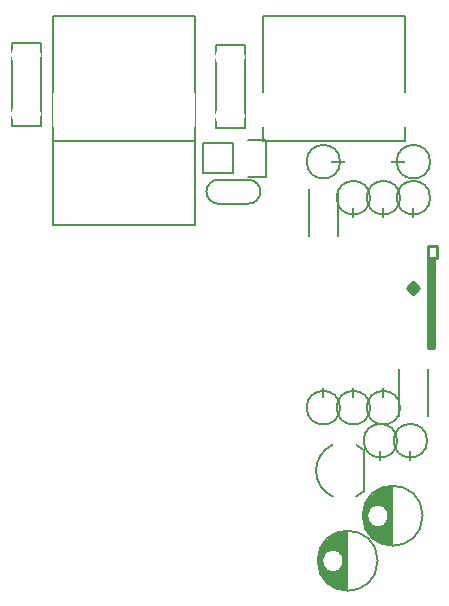
<source format=gto>
G04 #@! TF.FileFunction,Legend,Top*
%FSLAX46Y46*%
G04 Gerber Fmt 4.6, Leading zero omitted, Abs format (unit mm)*
G04 Created by KiCad (PCBNEW (after 2015-mar-04 BZR unknown)-product) date 13/11/2015 0:44:19*
%MOMM*%
G01*
G04 APERTURE LIST*
%ADD10C,0.160000*%
%ADD11C,0.150000*%
%ADD12C,0.254000*%
%ADD13C,1.397000*%
%ADD14R,1.700000X1.700000*%
%ADD15R,2.000000X3.000000*%
%ADD16R,3.000000X2.000000*%
%ADD17C,1.500000*%
%ADD18R,2.032000X2.032000*%
%ADD19O,2.032000X2.032000*%
%ADD20O,1.397000X1.800000*%
%ADD21O,1.400000X1.800000*%
%ADD22O,2.600000X1.800000*%
%ADD23O,1.400000X2.300000*%
%ADD24C,1.600000*%
G04 APERTURE END LIST*
D10*
D11*
X236454000Y-140474000D02*
X236454000Y-144474000D01*
X233954000Y-140474000D02*
X233954000Y-144474000D01*
X224344000Y-126010000D02*
X224344000Y-125810000D01*
X212344000Y-126010000D02*
X212344000Y-125810000D01*
X212344000Y-136410000D02*
X224344000Y-136410000D01*
X212344000Y-143510000D02*
X224344000Y-143510000D01*
X224344000Y-143510000D02*
X224344000Y-126010000D01*
X224344000Y-125810000D02*
X212344000Y-125810000D01*
X212344000Y-143510000D02*
X212344000Y-126510000D01*
X212344000Y-126510000D02*
X212344000Y-126010000D01*
X242124000Y-125998000D02*
X242124000Y-125798000D01*
X230124000Y-125998000D02*
X230124000Y-125798000D01*
X242124000Y-125998000D02*
X242124000Y-136398000D01*
X230124000Y-136398000D02*
X230124000Y-125998000D01*
X230124000Y-136398000D02*
X242124000Y-136398000D01*
X242124000Y-125798000D02*
X230124000Y-125798000D01*
X227530000Y-139170000D02*
X224990000Y-139170000D01*
X230350000Y-139450000D02*
X228800000Y-139450000D01*
X227530000Y-139170000D02*
X227530000Y-136630000D01*
X228800000Y-136350000D02*
X230350000Y-136350000D01*
X230350000Y-136350000D02*
X230350000Y-139450000D01*
X227530000Y-136630000D02*
X224990000Y-136630000D01*
X224990000Y-136630000D02*
X224990000Y-139170000D01*
X235204000Y-159004000D02*
X235204000Y-156464000D01*
X236623903Y-159004000D02*
G75*
G03X236623903Y-159004000I-1419903J0D01*
G01*
X240284000Y-141224000D02*
X240284000Y-143764000D01*
X241703903Y-141224000D02*
G75*
G03X241703903Y-141224000I-1419903J0D01*
G01*
X237744000Y-159004000D02*
X237744000Y-156464000D01*
X239163903Y-159004000D02*
G75*
G03X239163903Y-159004000I-1419903J0D01*
G01*
X242824000Y-141224000D02*
X242824000Y-143764000D01*
X244243903Y-141224000D02*
G75*
G03X244243903Y-141224000I-1419903J0D01*
G01*
X240284000Y-159004000D02*
X240284000Y-156464000D01*
X241703903Y-159004000D02*
G75*
G03X241703903Y-159004000I-1419903J0D01*
G01*
X242570000Y-161798000D02*
X242570000Y-164338000D01*
X243989903Y-161798000D02*
G75*
G03X243989903Y-161798000I-1419903J0D01*
G01*
X240030000Y-161798000D02*
X240030000Y-164338000D01*
X241449903Y-161798000D02*
G75*
G03X241449903Y-161798000I-1419903J0D01*
G01*
X235204000Y-138176000D02*
X237744000Y-138176000D01*
X236623903Y-138176000D02*
G75*
G03X236623903Y-138176000I-1419903J0D01*
G01*
X242824000Y-138176000D02*
X240284000Y-138176000D01*
X244243903Y-138176000D02*
G75*
G03X244243903Y-138176000I-1419903J0D01*
G01*
X244074000Y-155714000D02*
X244074000Y-159714000D01*
X241574000Y-155714000D02*
X241574000Y-159714000D01*
X237181000Y-174457000D02*
X237181000Y-169459000D01*
X237041000Y-174449000D02*
X237041000Y-169467000D01*
X236901000Y-174433000D02*
X236901000Y-172053000D01*
X236901000Y-171863000D02*
X236901000Y-169483000D01*
X236761000Y-174409000D02*
X236761000Y-172448000D01*
X236761000Y-171468000D02*
X236761000Y-169507000D01*
X236621000Y-174376000D02*
X236621000Y-172615000D01*
X236621000Y-171301000D02*
X236621000Y-169540000D01*
X236481000Y-174335000D02*
X236481000Y-172722000D01*
X236481000Y-171194000D02*
X236481000Y-169581000D01*
X236341000Y-174285000D02*
X236341000Y-172793000D01*
X236341000Y-171123000D02*
X236341000Y-169631000D01*
X236201000Y-174224000D02*
X236201000Y-172837000D01*
X236201000Y-171079000D02*
X236201000Y-169692000D01*
X236061000Y-174154000D02*
X236061000Y-172856000D01*
X236061000Y-171060000D02*
X236061000Y-169762000D01*
X235921000Y-174072000D02*
X235921000Y-172854000D01*
X235921000Y-171062000D02*
X235921000Y-169844000D01*
X235781000Y-173977000D02*
X235781000Y-172829000D01*
X235781000Y-171087000D02*
X235781000Y-169939000D01*
X235641000Y-173866000D02*
X235641000Y-172781000D01*
X235641000Y-171135000D02*
X235641000Y-170050000D01*
X235501000Y-173738000D02*
X235501000Y-172703000D01*
X235501000Y-171213000D02*
X235501000Y-170178000D01*
X235361000Y-173589000D02*
X235361000Y-172586000D01*
X235361000Y-171330000D02*
X235361000Y-170327000D01*
X235221000Y-173410000D02*
X235221000Y-172398000D01*
X235221000Y-171518000D02*
X235221000Y-170506000D01*
X235081000Y-173191000D02*
X235081000Y-170725000D01*
X234941000Y-172902000D02*
X234941000Y-171014000D01*
X234801000Y-172430000D02*
X234801000Y-171486000D01*
X236906000Y-171958000D02*
G75*
G03X236906000Y-171958000I-900000J0D01*
G01*
X239793500Y-171958000D02*
G75*
G03X239793500Y-171958000I-2537500J0D01*
G01*
X240991000Y-170647000D02*
X240991000Y-165649000D01*
X240851000Y-170639000D02*
X240851000Y-165657000D01*
X240711000Y-170623000D02*
X240711000Y-168243000D01*
X240711000Y-168053000D02*
X240711000Y-165673000D01*
X240571000Y-170599000D02*
X240571000Y-168638000D01*
X240571000Y-167658000D02*
X240571000Y-165697000D01*
X240431000Y-170566000D02*
X240431000Y-168805000D01*
X240431000Y-167491000D02*
X240431000Y-165730000D01*
X240291000Y-170525000D02*
X240291000Y-168912000D01*
X240291000Y-167384000D02*
X240291000Y-165771000D01*
X240151000Y-170475000D02*
X240151000Y-168983000D01*
X240151000Y-167313000D02*
X240151000Y-165821000D01*
X240011000Y-170414000D02*
X240011000Y-169027000D01*
X240011000Y-167269000D02*
X240011000Y-165882000D01*
X239871000Y-170344000D02*
X239871000Y-169046000D01*
X239871000Y-167250000D02*
X239871000Y-165952000D01*
X239731000Y-170262000D02*
X239731000Y-169044000D01*
X239731000Y-167252000D02*
X239731000Y-166034000D01*
X239591000Y-170167000D02*
X239591000Y-169019000D01*
X239591000Y-167277000D02*
X239591000Y-166129000D01*
X239451000Y-170056000D02*
X239451000Y-168971000D01*
X239451000Y-167325000D02*
X239451000Y-166240000D01*
X239311000Y-169928000D02*
X239311000Y-168893000D01*
X239311000Y-167403000D02*
X239311000Y-166368000D01*
X239171000Y-169779000D02*
X239171000Y-168776000D01*
X239171000Y-167520000D02*
X239171000Y-166517000D01*
X239031000Y-169600000D02*
X239031000Y-168588000D01*
X239031000Y-167708000D02*
X239031000Y-166696000D01*
X238891000Y-169381000D02*
X238891000Y-166915000D01*
X238751000Y-169092000D02*
X238751000Y-167204000D01*
X238611000Y-168620000D02*
X238611000Y-167676000D01*
X240716000Y-168148000D02*
G75*
G03X240716000Y-168148000I-900000J0D01*
G01*
X243603500Y-168148000D02*
G75*
G03X243603500Y-168148000I-2537500J0D01*
G01*
X237744000Y-141224000D02*
X237744000Y-143764000D01*
X239163903Y-141224000D02*
G75*
G03X239163903Y-141224000I-1419903J0D01*
G01*
X228580000Y-128286000D02*
X228580000Y-135286000D01*
X228580000Y-135286000D02*
X226080000Y-135286000D01*
X226080000Y-135286000D02*
X226080000Y-128286000D01*
X226080000Y-128286000D02*
X228580000Y-128286000D01*
X208808000Y-135112000D02*
X208808000Y-128112000D01*
X208808000Y-128112000D02*
X211308000Y-128112000D01*
X211308000Y-128112000D02*
X211308000Y-135112000D01*
X211308000Y-135112000D02*
X208808000Y-135112000D01*
D12*
X242316000Y-148844000D02*
X242824000Y-149352000D01*
X242824000Y-149352000D02*
X243332000Y-148844000D01*
X243332000Y-148844000D02*
X242824000Y-148336000D01*
X243332000Y-148844000D02*
X242316000Y-148844000D01*
X242316000Y-148844000D02*
X242824000Y-148336000D01*
X242824000Y-148336000D02*
X242824000Y-149352000D01*
X244094000Y-145288000D02*
X244856000Y-145288000D01*
X244856000Y-145288000D02*
X244856000Y-146304000D01*
X244856000Y-146304000D02*
X244348000Y-146304000D01*
X244348000Y-146304000D02*
X244348000Y-147828000D01*
X244094000Y-153670000D02*
X244602000Y-153670000D01*
X244094000Y-146304000D02*
X244602000Y-146304000D01*
X244602000Y-146304000D02*
X244602000Y-153924000D01*
X244602000Y-153924000D02*
X244094000Y-153924000D01*
X244094000Y-153924000D02*
X244094000Y-146304000D01*
X244094000Y-146304000D02*
X244348000Y-146558000D01*
X244348000Y-146558000D02*
X244348000Y-153670000D01*
X244348000Y-153670000D02*
X244602000Y-146304000D01*
X244602000Y-146304000D02*
X244348000Y-146812000D01*
X244348000Y-146812000D02*
X244348000Y-148844000D01*
X244094000Y-145288000D02*
X244094000Y-146812000D01*
D11*
X237978990Y-166525695D02*
G75*
G03X238682000Y-166038000I-996990J2187695D01*
G01*
X237978990Y-162150305D02*
G75*
G02X238682000Y-162638000I-996990J-2187695D01*
G01*
X238682000Y-166038000D02*
X238682000Y-162638000D01*
X235988873Y-166522879D02*
G75*
G02X234582000Y-164338000I993127J2184879D01*
G01*
X235988873Y-162153121D02*
G75*
G03X234582000Y-164338000I993127J-2184879D01*
G01*
X228854000Y-141732000D02*
X226314000Y-141732000D01*
X228854000Y-139700000D02*
X226314000Y-139700000D01*
X228854000Y-141732000D02*
G75*
G03X229870000Y-140716000I0J1016000D01*
G01*
X229870000Y-140716000D02*
G75*
G03X228854000Y-139700000I-1016000J0D01*
G01*
X225298000Y-140716000D02*
G75*
G03X226314000Y-141732000I1016000J0D01*
G01*
X226314000Y-139700000D02*
G75*
G03X225298000Y-140716000I0J-1016000D01*
G01*
%LPC*%
D13*
X235204000Y-141224000D03*
X235204000Y-143724000D03*
D14*
X215844000Y-141310000D03*
X215844000Y-138810000D03*
X218344000Y-141310000D03*
X218344000Y-138810000D03*
X220844000Y-138810000D03*
X220844000Y-141310000D03*
D15*
X213344000Y-133810000D03*
X223344000Y-133810000D03*
D16*
X218344000Y-128810000D03*
D17*
X218344000Y-133810000D03*
X223344000Y-128810000D03*
X213344000Y-129010000D03*
X213344000Y-138810000D03*
X223344000Y-138810000D03*
D15*
X230974000Y-133798000D03*
X241274000Y-133798000D03*
D16*
X236124000Y-128798000D03*
D17*
X241124000Y-128798000D03*
X231124000Y-128798000D03*
X236124000Y-133798000D03*
D18*
X228800000Y-137900000D03*
D19*
X226260000Y-137900000D03*
D20*
X235204000Y-159004000D03*
X235204000Y-156464000D03*
X240284000Y-141224000D03*
X240284000Y-143764000D03*
X237744000Y-159004000D03*
X237744000Y-156464000D03*
X242824000Y-141224000D03*
X242824000Y-143764000D03*
X240284000Y-159004000D03*
X240284000Y-156464000D03*
X242570000Y-161798000D03*
X242570000Y-164338000D03*
X240030000Y-161798000D03*
X240030000Y-164338000D03*
D21*
X235204000Y-138176000D03*
X237744000Y-138176000D03*
X242824000Y-138176000D03*
X240284000Y-138176000D03*
D20*
X242824000Y-156464000D03*
X242824000Y-158964000D03*
D21*
X238506000Y-171958000D03*
X236006000Y-171958000D03*
X242316000Y-168148000D03*
X239816000Y-168148000D03*
D20*
X237744000Y-141224000D03*
X237744000Y-143764000D03*
D22*
X227330000Y-129286000D03*
X227330000Y-134286000D03*
X210058000Y-134112000D03*
X210058000Y-129112000D03*
D23*
X242824000Y-146804000D03*
X240284000Y-146804000D03*
X237744000Y-146804000D03*
X235204000Y-146804000D03*
X235204000Y-153424000D03*
X237744000Y-153424000D03*
X240284000Y-153424000D03*
X242824000Y-153424000D03*
D20*
X236982000Y-164338000D03*
X236982000Y-161798000D03*
X236982000Y-166878000D03*
D24*
X226314000Y-140716000D03*
X228854000Y-140716000D03*
M02*

</source>
